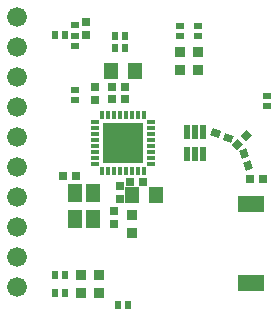
<source format=gbr>
%FSLAX46Y46*%
G04 Gerber Fmt 4.6, Leading zero omitted, Abs format (unit mm)*
G04 Created by KiCad (PCBNEW (2014-08-29 BZR 5106)-product) date Fri 17 Oct 2014 10:25:43 AM PDT*
%MOMM*%
G01*
G04 APERTURE LIST*
%ADD10C,0.100000*%
%ADD11R,0.552400X0.752400*%
%ADD12R,0.949960X0.949960*%
%ADD13R,2.252400X1.402400*%
%ADD14R,0.752400X0.652400*%
%ADD15R,0.752400X0.552400*%
%ADD16R,0.502400X1.152400*%
%ADD17R,0.652400X0.752400*%
%ADD18R,1.152400X1.402400*%
%ADD19R,0.902400X0.952400*%
%ADD20R,0.751840X0.401320*%
%ADD21R,0.401320X0.751840*%
%ADD22R,3.451860X3.451860*%
%ADD23R,1.302400X1.552400*%
%ADD24C,1.676400*%
G04 APERTURE END LIST*
D10*
D11*
X138118000Y-103251000D03*
X137218000Y-103251000D03*
D12*
X144270512Y-106071266D03*
X144270512Y-104572666D03*
D13*
X148717000Y-117402000D03*
X148717000Y-124152000D03*
D10*
G36*
X145322090Y-111622749D02*
X145545224Y-111009693D01*
X146252248Y-111267029D01*
X146029114Y-111880085D01*
X145322090Y-111622749D01*
X145322090Y-111622749D01*
G37*
G36*
X146355752Y-111998971D02*
X146578886Y-111385915D01*
X147285910Y-111643251D01*
X147062776Y-112256307D01*
X146355752Y-111998971D01*
X146355752Y-111998971D01*
G37*
G36*
X147530736Y-112899581D02*
X147069419Y-112438264D01*
X147601446Y-111906237D01*
X148062763Y-112367554D01*
X147530736Y-112899581D01*
X147530736Y-112899581D01*
G37*
G36*
X148308554Y-112121763D02*
X147847237Y-111660446D01*
X148379264Y-111128419D01*
X148840581Y-111589736D01*
X148308554Y-112121763D01*
X148308554Y-112121763D01*
G37*
D14*
X148675000Y-115316000D03*
X149775000Y-115316000D03*
D12*
X142746512Y-106071266D03*
X142746512Y-104572666D03*
X135877300Y-123444000D03*
X134378700Y-123444000D03*
X135877300Y-124968000D03*
X134378700Y-124968000D03*
D10*
G36*
X148959307Y-114423776D02*
X148346251Y-114646910D01*
X148088915Y-113939886D01*
X148701971Y-113716752D01*
X148959307Y-114423776D01*
X148959307Y-114423776D01*
G37*
G36*
X148583085Y-113390114D02*
X147970029Y-113613248D01*
X147712693Y-112906224D01*
X148325749Y-112683090D01*
X148583085Y-113390114D01*
X148583085Y-113390114D01*
G37*
D15*
X144270512Y-103231966D03*
X144270512Y-102331966D03*
X142746512Y-103231966D03*
X142746512Y-102331966D03*
D11*
X133038000Y-123444000D03*
X132138000Y-123444000D03*
X133038000Y-124968000D03*
X132138000Y-124968000D03*
D16*
X144668000Y-111368000D03*
X144018000Y-111368000D03*
X143368000Y-111368000D03*
X143368000Y-113168000D03*
X144018000Y-113168000D03*
X144668000Y-113168000D03*
D17*
X134747000Y-103166000D03*
X134747000Y-102066000D03*
D18*
X136922000Y-106172000D03*
X138922000Y-106172000D03*
D14*
X136991000Y-108585000D03*
X138091000Y-108585000D03*
D17*
X137160000Y-119168000D03*
X137160000Y-118068000D03*
D14*
X136991000Y-107569000D03*
X138091000Y-107569000D03*
D18*
X138700000Y-116713000D03*
X140700000Y-116713000D03*
D14*
X132800000Y-115062000D03*
X133900000Y-115062000D03*
X138515000Y-115570000D03*
X139615000Y-115570000D03*
D17*
X135509000Y-108627000D03*
X135509000Y-107527000D03*
X137668000Y-115909000D03*
X137668000Y-117009000D03*
D19*
X138684000Y-119876000D03*
X138684000Y-118376000D03*
D11*
X132138000Y-103124000D03*
X133038000Y-103124000D03*
D15*
X133858000Y-104082000D03*
X133858000Y-103182000D03*
X133858000Y-103193000D03*
X133858000Y-102293000D03*
D11*
X138118000Y-104267000D03*
X137218000Y-104267000D03*
D15*
X133858000Y-108654000D03*
X133858000Y-107754000D03*
D20*
X140319760Y-114015520D03*
X140319760Y-113515140D03*
X140319760Y-113014760D03*
X140319760Y-112514380D03*
X140319760Y-112016540D03*
X140319760Y-111516160D03*
X140319760Y-111015780D03*
X140319760Y-110515400D03*
D21*
X137673080Y-109865160D03*
X137175240Y-109865160D03*
X136674860Y-109865160D03*
X136174480Y-109865160D03*
D22*
X137922000Y-112268000D03*
D21*
X139672060Y-109865160D03*
X139171680Y-109865160D03*
X138671300Y-109865160D03*
X138173460Y-109865160D03*
D20*
X135524240Y-110520480D03*
X135521700Y-111020860D03*
X135521700Y-111518700D03*
X135521700Y-112019080D03*
X135521700Y-112519460D03*
X135521700Y-113019840D03*
X135521700Y-113520220D03*
X135521700Y-114020600D03*
D21*
X136171940Y-114668300D03*
X136672320Y-114668300D03*
X137172700Y-114668300D03*
X137670540Y-114668300D03*
X138170920Y-114668300D03*
X138671300Y-114668300D03*
X139171680Y-114668300D03*
X139672060Y-114668300D03*
D23*
X135420000Y-118702000D03*
X135420000Y-116502000D03*
X133820000Y-116502000D03*
X133820000Y-118702000D03*
D11*
X137472000Y-125984000D03*
X138372000Y-125984000D03*
D15*
X150114000Y-108262000D03*
X150114000Y-109162000D03*
D24*
X128905000Y-124460000D03*
X128905000Y-121920000D03*
X128905000Y-119380000D03*
X128905000Y-116840000D03*
X128905000Y-114300000D03*
X128905000Y-111760000D03*
X128905000Y-109220000D03*
X128905000Y-106680000D03*
X128905000Y-104140000D03*
X128905000Y-101600000D03*
M02*

</source>
